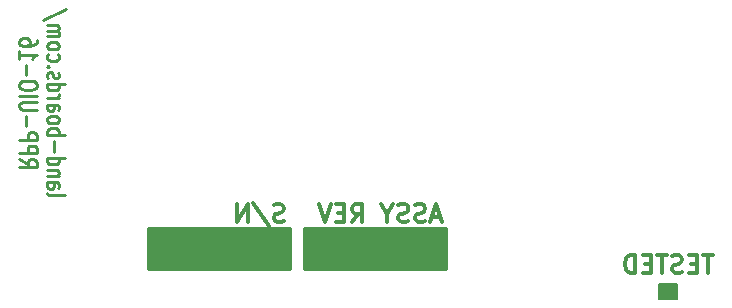
<source format=gbo>
G04 #@! TF.FileFunction,Legend,Bot*
%FSLAX46Y46*%
G04 Gerber Fmt 4.6, Leading zero omitted, Abs format (unit mm)*
G04 Created by KiCad (PCBNEW (after 2015-mar-04 BZR unknown)-product) date 4/21/2015 1:20:39 PM*
%MOMM*%
G01*
G04 APERTURE LIST*
%ADD10C,0.150000*%
%ADD11C,0.300000*%
%ADD12C,0.200000*%
%ADD13C,0.285750*%
%ADD14C,0.635000*%
%ADD15C,0.381000*%
G04 APERTURE END LIST*
D10*
D11*
X177241428Y-104390571D02*
X176384285Y-104390571D01*
X176812856Y-105890571D02*
X176812856Y-104390571D01*
X175884285Y-105104857D02*
X175384285Y-105104857D01*
X175169999Y-105890571D02*
X175884285Y-105890571D01*
X175884285Y-104390571D01*
X175169999Y-104390571D01*
X174598571Y-105819143D02*
X174384285Y-105890571D01*
X174027142Y-105890571D01*
X173884285Y-105819143D01*
X173812856Y-105747714D01*
X173741428Y-105604857D01*
X173741428Y-105462000D01*
X173812856Y-105319143D01*
X173884285Y-105247714D01*
X174027142Y-105176286D01*
X174312856Y-105104857D01*
X174455714Y-105033429D01*
X174527142Y-104962000D01*
X174598571Y-104819143D01*
X174598571Y-104676286D01*
X174527142Y-104533429D01*
X174455714Y-104462000D01*
X174312856Y-104390571D01*
X173955714Y-104390571D01*
X173741428Y-104462000D01*
X173312857Y-104390571D02*
X172455714Y-104390571D01*
X172884285Y-105890571D02*
X172884285Y-104390571D01*
X171955714Y-105104857D02*
X171455714Y-105104857D01*
X171241428Y-105890571D02*
X171955714Y-105890571D01*
X171955714Y-104390571D01*
X171241428Y-104390571D01*
X170598571Y-105890571D02*
X170598571Y-104390571D01*
X170241428Y-104390571D01*
X170027143Y-104462000D01*
X169884285Y-104604857D01*
X169812857Y-104747714D01*
X169741428Y-105033429D01*
X169741428Y-105247714D01*
X169812857Y-105533429D01*
X169884285Y-105676286D01*
X170027143Y-105819143D01*
X170241428Y-105890571D01*
X170598571Y-105890571D01*
D12*
X174182000Y-108006000D02*
X174055000Y-108006000D01*
X172658000Y-108006000D02*
X174182000Y-108006000D01*
X172658000Y-107752000D02*
X172658000Y-108006000D01*
X174182000Y-107752000D02*
X172658000Y-107752000D01*
X174182000Y-107498000D02*
X174182000Y-107752000D01*
X172658000Y-107498000D02*
X174182000Y-107498000D01*
X172658000Y-107244000D02*
X172658000Y-107498000D01*
X174182000Y-107244000D02*
X172658000Y-107244000D01*
X174182000Y-106990000D02*
X174182000Y-107244000D01*
X172658000Y-106990000D02*
X174182000Y-106990000D01*
X174182000Y-107879000D02*
X172658000Y-107879000D01*
X174182000Y-107625000D02*
X174182000Y-107879000D01*
X172658000Y-107625000D02*
X174182000Y-107625000D01*
X172658000Y-107371000D02*
X172658000Y-107625000D01*
X174182000Y-107371000D02*
X172658000Y-107371000D01*
X174182000Y-107117000D02*
X174182000Y-107371000D01*
X172658000Y-107117000D02*
X174182000Y-107117000D01*
X172658000Y-106863000D02*
X172658000Y-107117000D01*
X172658000Y-108133000D02*
X172658000Y-106863000D01*
X174182000Y-108133000D02*
X172658000Y-108133000D01*
X174182000Y-106863000D02*
X174182000Y-108133000D01*
X172658000Y-106863000D02*
X174182000Y-106863000D01*
D13*
X120848304Y-99143214D02*
X120919732Y-99252072D01*
X121062589Y-99306500D01*
X122348304Y-99306500D01*
X120848304Y-98217929D02*
X121634018Y-98217929D01*
X121776875Y-98272358D01*
X121848304Y-98381215D01*
X121848304Y-98598929D01*
X121776875Y-98707786D01*
X120919732Y-98217929D02*
X120848304Y-98326786D01*
X120848304Y-98598929D01*
X120919732Y-98707786D01*
X121062589Y-98762215D01*
X121205446Y-98762215D01*
X121348304Y-98707786D01*
X121419732Y-98598929D01*
X121419732Y-98326786D01*
X121491161Y-98217929D01*
X121848304Y-97673643D02*
X120848304Y-97673643D01*
X121705446Y-97673643D02*
X121776875Y-97619215D01*
X121848304Y-97510357D01*
X121848304Y-97347072D01*
X121776875Y-97238215D01*
X121634018Y-97183786D01*
X120848304Y-97183786D01*
X120848304Y-96149643D02*
X122348304Y-96149643D01*
X120919732Y-96149643D02*
X120848304Y-96258500D01*
X120848304Y-96476214D01*
X120919732Y-96585072D01*
X120991161Y-96639500D01*
X121134018Y-96693929D01*
X121562589Y-96693929D01*
X121705446Y-96639500D01*
X121776875Y-96585072D01*
X121848304Y-96476214D01*
X121848304Y-96258500D01*
X121776875Y-96149643D01*
X121419732Y-95605357D02*
X121419732Y-94734500D01*
X120848304Y-94190214D02*
X122348304Y-94190214D01*
X121776875Y-94190214D02*
X121848304Y-94081357D01*
X121848304Y-93863643D01*
X121776875Y-93754786D01*
X121705446Y-93700357D01*
X121562589Y-93645928D01*
X121134018Y-93645928D01*
X120991161Y-93700357D01*
X120919732Y-93754786D01*
X120848304Y-93863643D01*
X120848304Y-94081357D01*
X120919732Y-94190214D01*
X120848304Y-92992785D02*
X120919732Y-93101643D01*
X120991161Y-93156071D01*
X121134018Y-93210500D01*
X121562589Y-93210500D01*
X121705446Y-93156071D01*
X121776875Y-93101643D01*
X121848304Y-92992785D01*
X121848304Y-92829500D01*
X121776875Y-92720643D01*
X121705446Y-92666214D01*
X121562589Y-92611785D01*
X121134018Y-92611785D01*
X120991161Y-92666214D01*
X120919732Y-92720643D01*
X120848304Y-92829500D01*
X120848304Y-92992785D01*
X120848304Y-91632071D02*
X121634018Y-91632071D01*
X121776875Y-91686500D01*
X121848304Y-91795357D01*
X121848304Y-92013071D01*
X121776875Y-92121928D01*
X120919732Y-91632071D02*
X120848304Y-91740928D01*
X120848304Y-92013071D01*
X120919732Y-92121928D01*
X121062589Y-92176357D01*
X121205446Y-92176357D01*
X121348304Y-92121928D01*
X121419732Y-92013071D01*
X121419732Y-91740928D01*
X121491161Y-91632071D01*
X120848304Y-91087785D02*
X121848304Y-91087785D01*
X121562589Y-91087785D02*
X121705446Y-91033357D01*
X121776875Y-90978928D01*
X121848304Y-90870071D01*
X121848304Y-90761214D01*
X120848304Y-89890357D02*
X122348304Y-89890357D01*
X120919732Y-89890357D02*
X120848304Y-89999214D01*
X120848304Y-90216928D01*
X120919732Y-90325786D01*
X120991161Y-90380214D01*
X121134018Y-90434643D01*
X121562589Y-90434643D01*
X121705446Y-90380214D01*
X121776875Y-90325786D01*
X121848304Y-90216928D01*
X121848304Y-89999214D01*
X121776875Y-89890357D01*
X120919732Y-89400500D02*
X120848304Y-89291643D01*
X120848304Y-89073928D01*
X120919732Y-88965071D01*
X121062589Y-88910643D01*
X121134018Y-88910643D01*
X121276875Y-88965071D01*
X121348304Y-89073928D01*
X121348304Y-89237214D01*
X121419732Y-89346071D01*
X121562589Y-89400500D01*
X121634018Y-89400500D01*
X121776875Y-89346071D01*
X121848304Y-89237214D01*
X121848304Y-89073928D01*
X121776875Y-88965071D01*
X120991161Y-88420785D02*
X120919732Y-88366357D01*
X120848304Y-88420785D01*
X120919732Y-88475214D01*
X120991161Y-88420785D01*
X120848304Y-88420785D01*
X120919732Y-87386642D02*
X120848304Y-87495499D01*
X120848304Y-87713213D01*
X120919732Y-87822071D01*
X120991161Y-87876499D01*
X121134018Y-87930928D01*
X121562589Y-87930928D01*
X121705446Y-87876499D01*
X121776875Y-87822071D01*
X121848304Y-87713213D01*
X121848304Y-87495499D01*
X121776875Y-87386642D01*
X120848304Y-86733499D02*
X120919732Y-86842357D01*
X120991161Y-86896785D01*
X121134018Y-86951214D01*
X121562589Y-86951214D01*
X121705446Y-86896785D01*
X121776875Y-86842357D01*
X121848304Y-86733499D01*
X121848304Y-86570214D01*
X121776875Y-86461357D01*
X121705446Y-86406928D01*
X121562589Y-86352499D01*
X121134018Y-86352499D01*
X120991161Y-86406928D01*
X120919732Y-86461357D01*
X120848304Y-86570214D01*
X120848304Y-86733499D01*
X120848304Y-85862642D02*
X121848304Y-85862642D01*
X121705446Y-85862642D02*
X121776875Y-85808214D01*
X121848304Y-85699356D01*
X121848304Y-85536071D01*
X121776875Y-85427214D01*
X121634018Y-85372785D01*
X120848304Y-85372785D01*
X121634018Y-85372785D02*
X121776875Y-85318356D01*
X121848304Y-85209499D01*
X121848304Y-85046214D01*
X121776875Y-84937356D01*
X121634018Y-84882928D01*
X120848304Y-84882928D01*
X122419732Y-83522214D02*
X120491161Y-84501928D01*
X118462554Y-96258500D02*
X119176839Y-96639500D01*
X118462554Y-96911643D02*
X119962554Y-96911643D01*
X119962554Y-96476215D01*
X119891125Y-96367357D01*
X119819696Y-96312929D01*
X119676839Y-96258500D01*
X119462554Y-96258500D01*
X119319696Y-96312929D01*
X119248268Y-96367357D01*
X119176839Y-96476215D01*
X119176839Y-96911643D01*
X118462554Y-95768643D02*
X119962554Y-95768643D01*
X119962554Y-95333215D01*
X119891125Y-95224357D01*
X119819696Y-95169929D01*
X119676839Y-95115500D01*
X119462554Y-95115500D01*
X119319696Y-95169929D01*
X119248268Y-95224357D01*
X119176839Y-95333215D01*
X119176839Y-95768643D01*
X118462554Y-94625643D02*
X119962554Y-94625643D01*
X119962554Y-94190215D01*
X119891125Y-94081357D01*
X119819696Y-94026929D01*
X119676839Y-93972500D01*
X119462554Y-93972500D01*
X119319696Y-94026929D01*
X119248268Y-94081357D01*
X119176839Y-94190215D01*
X119176839Y-94625643D01*
X119033982Y-93482643D02*
X119033982Y-92611786D01*
X119962554Y-92067500D02*
X118748268Y-92067500D01*
X118605411Y-92013072D01*
X118533982Y-91958643D01*
X118462554Y-91849786D01*
X118462554Y-91632072D01*
X118533982Y-91523214D01*
X118605411Y-91468786D01*
X118748268Y-91414357D01*
X119962554Y-91414357D01*
X118462554Y-90870071D02*
X119962554Y-90870071D01*
X119962554Y-90108071D02*
X119962554Y-89890357D01*
X119891125Y-89781499D01*
X119748268Y-89672642D01*
X119462554Y-89618214D01*
X118962554Y-89618214D01*
X118676839Y-89672642D01*
X118533982Y-89781499D01*
X118462554Y-89890357D01*
X118462554Y-90108071D01*
X118533982Y-90216928D01*
X118676839Y-90325785D01*
X118962554Y-90380214D01*
X119462554Y-90380214D01*
X119748268Y-90325785D01*
X119891125Y-90216928D01*
X119962554Y-90108071D01*
X119033982Y-89128356D02*
X119033982Y-88257499D01*
X118462554Y-87114499D02*
X118462554Y-87767642D01*
X118462554Y-87441070D02*
X119962554Y-87441070D01*
X119748268Y-87549927D01*
X119605411Y-87658785D01*
X119533982Y-87767642D01*
X119962554Y-86134785D02*
X119962554Y-86352499D01*
X119891125Y-86461356D01*
X119819696Y-86515785D01*
X119605411Y-86624642D01*
X119319696Y-86679071D01*
X118748268Y-86679071D01*
X118605411Y-86624642D01*
X118533982Y-86570214D01*
X118462554Y-86461356D01*
X118462554Y-86243642D01*
X118533982Y-86134785D01*
X118605411Y-86080356D01*
X118748268Y-86025928D01*
X119105411Y-86025928D01*
X119248268Y-86080356D01*
X119319696Y-86134785D01*
X119391125Y-86243642D01*
X119391125Y-86461356D01*
X119319696Y-86570214D01*
X119248268Y-86624642D01*
X119105411Y-86679071D01*
D11*
X154130570Y-101144000D02*
X153416284Y-101144000D01*
X154273427Y-101572571D02*
X153773427Y-100072571D01*
X153273427Y-101572571D01*
X152844856Y-101501143D02*
X152630570Y-101572571D01*
X152273427Y-101572571D01*
X152130570Y-101501143D01*
X152059141Y-101429714D01*
X151987713Y-101286857D01*
X151987713Y-101144000D01*
X152059141Y-101001143D01*
X152130570Y-100929714D01*
X152273427Y-100858286D01*
X152559141Y-100786857D01*
X152701999Y-100715429D01*
X152773427Y-100644000D01*
X152844856Y-100501143D01*
X152844856Y-100358286D01*
X152773427Y-100215429D01*
X152701999Y-100144000D01*
X152559141Y-100072571D01*
X152201999Y-100072571D01*
X151987713Y-100144000D01*
X151416285Y-101501143D02*
X151201999Y-101572571D01*
X150844856Y-101572571D01*
X150701999Y-101501143D01*
X150630570Y-101429714D01*
X150559142Y-101286857D01*
X150559142Y-101144000D01*
X150630570Y-101001143D01*
X150701999Y-100929714D01*
X150844856Y-100858286D01*
X151130570Y-100786857D01*
X151273428Y-100715429D01*
X151344856Y-100644000D01*
X151416285Y-100501143D01*
X151416285Y-100358286D01*
X151344856Y-100215429D01*
X151273428Y-100144000D01*
X151130570Y-100072571D01*
X150773428Y-100072571D01*
X150559142Y-100144000D01*
X149630571Y-100858286D02*
X149630571Y-101572571D01*
X150130571Y-100072571D02*
X149630571Y-100858286D01*
X149130571Y-100072571D01*
X146630571Y-101572571D02*
X147130571Y-100858286D01*
X147487714Y-101572571D02*
X147487714Y-100072571D01*
X146916286Y-100072571D01*
X146773428Y-100144000D01*
X146702000Y-100215429D01*
X146630571Y-100358286D01*
X146630571Y-100572571D01*
X146702000Y-100715429D01*
X146773428Y-100786857D01*
X146916286Y-100858286D01*
X147487714Y-100858286D01*
X145987714Y-100786857D02*
X145487714Y-100786857D01*
X145273428Y-101572571D02*
X145987714Y-101572571D01*
X145987714Y-100072571D01*
X145273428Y-100072571D01*
X144844857Y-100072571D02*
X144344857Y-101572571D01*
X143844857Y-100072571D01*
X140876000Y-101501143D02*
X140661714Y-101572571D01*
X140304571Y-101572571D01*
X140161714Y-101501143D01*
X140090285Y-101429714D01*
X140018857Y-101286857D01*
X140018857Y-101144000D01*
X140090285Y-101001143D01*
X140161714Y-100929714D01*
X140304571Y-100858286D01*
X140590285Y-100786857D01*
X140733143Y-100715429D01*
X140804571Y-100644000D01*
X140876000Y-100501143D01*
X140876000Y-100358286D01*
X140804571Y-100215429D01*
X140733143Y-100144000D01*
X140590285Y-100072571D01*
X140233143Y-100072571D01*
X140018857Y-100144000D01*
X138304572Y-100001143D02*
X139590286Y-101929714D01*
X137804571Y-101572571D02*
X137804571Y-100072571D01*
X136947428Y-101572571D01*
X136947428Y-100072571D01*
D14*
X141162000Y-102672000D02*
X129732000Y-102672000D01*
X129732000Y-102672000D02*
X129732000Y-103307000D01*
X129732000Y-103307000D02*
X141162000Y-103307000D01*
X141162000Y-103307000D02*
X141162000Y-103942000D01*
X141162000Y-103942000D02*
X129605000Y-103942000D01*
X129605000Y-103942000D02*
X129605000Y-104577000D01*
X129605000Y-104577000D02*
X141162000Y-104577000D01*
X141162000Y-104577000D02*
X141162000Y-105085000D01*
X141162000Y-105085000D02*
X129732000Y-105085000D01*
D15*
X129478000Y-102164000D02*
X141289000Y-102164000D01*
X141289000Y-102164000D02*
X141289000Y-105466000D01*
X141289000Y-105466000D02*
X129478000Y-105466000D01*
X129478000Y-105466000D02*
X129478000Y-102164000D01*
D14*
X154370000Y-102672000D02*
X142940000Y-102672000D01*
X142940000Y-102672000D02*
X142940000Y-103307000D01*
X142940000Y-103307000D02*
X154370000Y-103307000D01*
X154370000Y-103307000D02*
X154370000Y-103942000D01*
X154370000Y-103942000D02*
X142813000Y-103942000D01*
X142813000Y-103942000D02*
X142813000Y-104577000D01*
X142813000Y-104577000D02*
X154370000Y-104577000D01*
X154370000Y-104577000D02*
X154370000Y-105085000D01*
X154370000Y-105085000D02*
X142940000Y-105085000D01*
D15*
X142686000Y-102164000D02*
X154497000Y-102164000D01*
X154497000Y-102164000D02*
X154497000Y-105466000D01*
X154497000Y-105466000D02*
X142686000Y-105466000D01*
X142686000Y-105466000D02*
X142686000Y-102164000D01*
M02*

</source>
